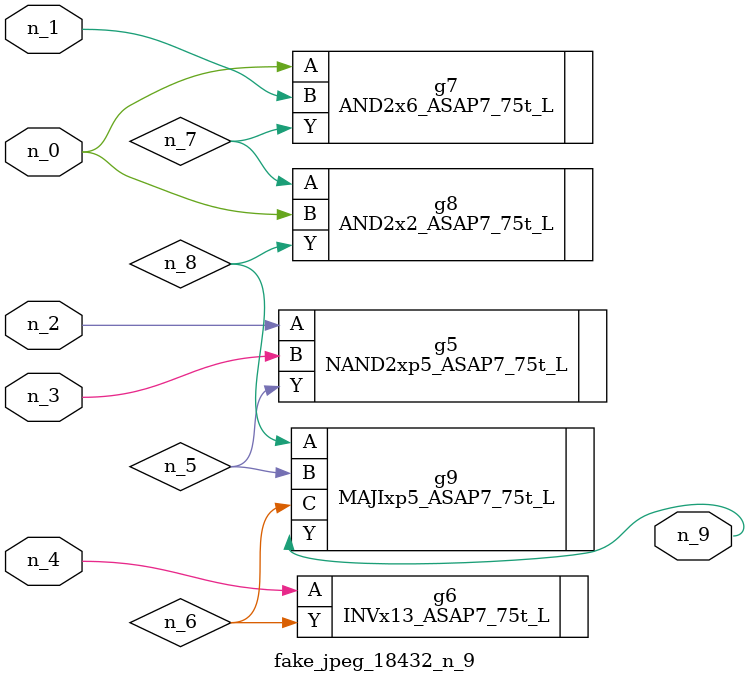
<source format=v>
module fake_jpeg_18432_n_9 (n_3, n_2, n_1, n_0, n_4, n_9);

input n_3;
input n_2;
input n_1;
input n_0;
input n_4;

output n_9;

wire n_8;
wire n_6;
wire n_5;
wire n_7;

NAND2xp5_ASAP7_75t_L g5 ( 
.A(n_2),
.B(n_3),
.Y(n_5)
);

INVx13_ASAP7_75t_L g6 ( 
.A(n_4),
.Y(n_6)
);

AND2x6_ASAP7_75t_L g7 ( 
.A(n_0),
.B(n_1),
.Y(n_7)
);

AND2x2_ASAP7_75t_L g8 ( 
.A(n_7),
.B(n_0),
.Y(n_8)
);

MAJIxp5_ASAP7_75t_L g9 ( 
.A(n_8),
.B(n_5),
.C(n_6),
.Y(n_9)
);


endmodule
</source>
